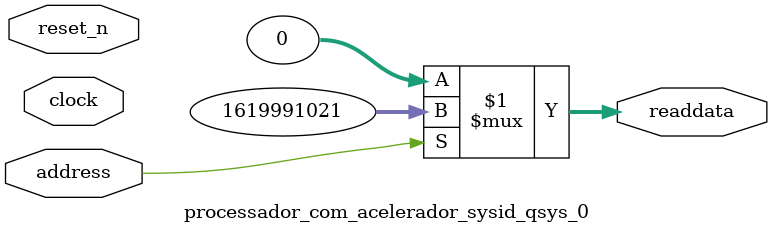
<source format=v>



// synthesis translate_off
`timescale 1ns / 1ps
// synthesis translate_on

// turn off superfluous verilog processor warnings 
// altera message_level Level1 
// altera message_off 10034 10035 10036 10037 10230 10240 10030 

module processador_com_acelerador_sysid_qsys_0 (
               // inputs:
                address,
                clock,
                reset_n,

               // outputs:
                readdata
             )
;

  output  [ 31: 0] readdata;
  input            address;
  input            clock;
  input            reset_n;

  wire    [ 31: 0] readdata;
  //control_slave, which is an e_avalon_slave
  assign readdata = address ? 1619991021 : 0;

endmodule



</source>
